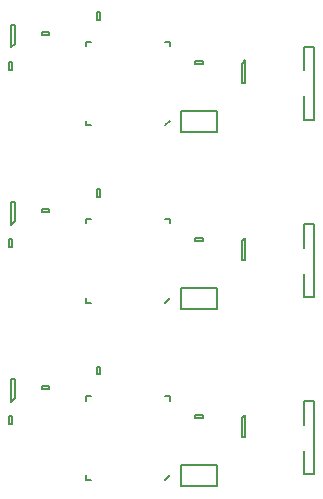
<source format=gto>
G04 #@! TF.FileFunction,Legend,Top*
%FSLAX46Y46*%
G04 Gerber Fmt 4.6, Leading zero omitted, Abs format (unit mm)*
G04 Created by KiCad (PCBNEW 0.201512311516+6410~40~ubuntu14.04.1-stable) date Sun 03 Jan 2016 05:14:07 GMT*
%MOMM*%
G01*
G04 APERTURE LIST*
%ADD10C,0.100000*%
%ADD11C,0.150000*%
%ADD12R,0.950000X1.000000*%
%ADD13R,0.550000X0.300000*%
%ADD14R,0.300000X0.550000*%
%ADD15R,2.000000X2.000000*%
%ADD16R,1.000000X0.950000*%
%ADD17R,0.620000X0.620000*%
%ADD18R,1.000000X0.600000*%
%ADD19R,1.350000X0.400000*%
%ADD20C,1.000000*%
%ADD21R,1.800000X1.800000*%
%ADD22R,1.900000X2.440000*%
%ADD23C,0.787000*%
%ADD24R,2.400000X1.900000*%
%ADD25C,0.900000*%
%ADD26C,1.900000*%
%ADD27R,2.790000X0.740000*%
G04 APERTURE END LIST*
D10*
D11*
X120875000Y-80125000D02*
X120625000Y-80125000D01*
X120625000Y-80125000D02*
X120625000Y-79475000D01*
X120625000Y-79475000D02*
X120875000Y-79475000D01*
X120875000Y-79475000D02*
X120875000Y-80125000D01*
X126800000Y-88650000D02*
X126400000Y-89050000D01*
X120100000Y-89050000D02*
X119700000Y-89050000D01*
X119700000Y-89050000D02*
X119700000Y-88650000D01*
X120100000Y-81950000D02*
X119700000Y-81950000D01*
X119700000Y-81950000D02*
X119700000Y-82350000D01*
X126400000Y-81950000D02*
X126800000Y-81950000D01*
X126800000Y-81950000D02*
X126800000Y-82350000D01*
X128925000Y-83825000D02*
X128925000Y-83575000D01*
X128925000Y-83575000D02*
X129575000Y-83575000D01*
X129575000Y-83575000D02*
X129575000Y-83825000D01*
X129575000Y-83825000D02*
X128925000Y-83825000D01*
X113375000Y-84325000D02*
X113125000Y-84325000D01*
X113125000Y-84325000D02*
X113125000Y-83675000D01*
X113125000Y-83675000D02*
X113375000Y-83675000D01*
X113375000Y-83675000D02*
X113375000Y-84325000D01*
X113350000Y-82450000D02*
X113350000Y-82450000D01*
X113350000Y-82450000D02*
X113350000Y-80550000D01*
X113350000Y-80550000D02*
X113650000Y-80550000D01*
X113650000Y-80550000D02*
X113650000Y-82150000D01*
X113650000Y-82150000D02*
X113350000Y-82450000D01*
X133150000Y-83550000D02*
X133150000Y-83550000D01*
X133150000Y-83550000D02*
X133150000Y-85450000D01*
X133150000Y-85450000D02*
X132850000Y-85450000D01*
X132850000Y-85450000D02*
X132850000Y-83850000D01*
X132850000Y-83850000D02*
X133150000Y-83550000D01*
X127725000Y-89600000D02*
X127725000Y-87800000D01*
X127725000Y-87800000D02*
X130775000Y-87800000D01*
X130775000Y-87800000D02*
X130775000Y-89600000D01*
X130775000Y-89600000D02*
X127725000Y-89600000D01*
X115925000Y-81375000D02*
X115925000Y-81125000D01*
X115925000Y-81125000D02*
X116575000Y-81125000D01*
X116575000Y-81125000D02*
X116575000Y-81375000D01*
X116575000Y-81375000D02*
X115925000Y-81375000D01*
X139000000Y-82400000D02*
X138100000Y-82400000D01*
X139000000Y-88600000D02*
X138100000Y-88600000D01*
X138100000Y-88600000D02*
X138100000Y-86600000D01*
X138100000Y-82400000D02*
X138100000Y-84400000D01*
X139000000Y-82400000D02*
X139000000Y-88600000D01*
X120875000Y-95125000D02*
X120625000Y-95125000D01*
X120625000Y-95125000D02*
X120625000Y-94475000D01*
X120625000Y-94475000D02*
X120875000Y-94475000D01*
X120875000Y-94475000D02*
X120875000Y-95125000D01*
X126800000Y-103650000D02*
X126400000Y-104050000D01*
X120100000Y-104050000D02*
X119700000Y-104050000D01*
X119700000Y-104050000D02*
X119700000Y-103650000D01*
X120100000Y-96950000D02*
X119700000Y-96950000D01*
X119700000Y-96950000D02*
X119700000Y-97350000D01*
X126400000Y-96950000D02*
X126800000Y-96950000D01*
X126800000Y-96950000D02*
X126800000Y-97350000D01*
X128925000Y-98825000D02*
X128925000Y-98575000D01*
X128925000Y-98575000D02*
X129575000Y-98575000D01*
X129575000Y-98575000D02*
X129575000Y-98825000D01*
X129575000Y-98825000D02*
X128925000Y-98825000D01*
X113375000Y-99325000D02*
X113125000Y-99325000D01*
X113125000Y-99325000D02*
X113125000Y-98675000D01*
X113125000Y-98675000D02*
X113375000Y-98675000D01*
X113375000Y-98675000D02*
X113375000Y-99325000D01*
X113350000Y-97450000D02*
X113350000Y-97450000D01*
X113350000Y-97450000D02*
X113350000Y-95550000D01*
X113350000Y-95550000D02*
X113650000Y-95550000D01*
X113650000Y-95550000D02*
X113650000Y-97150000D01*
X113650000Y-97150000D02*
X113350000Y-97450000D01*
X133150000Y-98550000D02*
X133150000Y-98550000D01*
X133150000Y-98550000D02*
X133150000Y-100450000D01*
X133150000Y-100450000D02*
X132850000Y-100450000D01*
X132850000Y-100450000D02*
X132850000Y-98850000D01*
X132850000Y-98850000D02*
X133150000Y-98550000D01*
X127725000Y-104600000D02*
X127725000Y-102800000D01*
X127725000Y-102800000D02*
X130775000Y-102800000D01*
X130775000Y-102800000D02*
X130775000Y-104600000D01*
X130775000Y-104600000D02*
X127725000Y-104600000D01*
X115925000Y-96375000D02*
X115925000Y-96125000D01*
X115925000Y-96125000D02*
X116575000Y-96125000D01*
X116575000Y-96125000D02*
X116575000Y-96375000D01*
X116575000Y-96375000D02*
X115925000Y-96375000D01*
X139000000Y-97400000D02*
X138100000Y-97400000D01*
X139000000Y-103600000D02*
X138100000Y-103600000D01*
X138100000Y-103600000D02*
X138100000Y-101600000D01*
X138100000Y-97400000D02*
X138100000Y-99400000D01*
X139000000Y-97400000D02*
X139000000Y-103600000D01*
X120875000Y-110125000D02*
X120625000Y-110125000D01*
X120625000Y-110125000D02*
X120625000Y-109475000D01*
X120625000Y-109475000D02*
X120875000Y-109475000D01*
X120875000Y-109475000D02*
X120875000Y-110125000D01*
X126800000Y-118650000D02*
X126400000Y-119050000D01*
X120100000Y-119050000D02*
X119700000Y-119050000D01*
X119700000Y-119050000D02*
X119700000Y-118650000D01*
X120100000Y-111950000D02*
X119700000Y-111950000D01*
X119700000Y-111950000D02*
X119700000Y-112350000D01*
X126400000Y-111950000D02*
X126800000Y-111950000D01*
X126800000Y-111950000D02*
X126800000Y-112350000D01*
X128925000Y-113825000D02*
X128925000Y-113575000D01*
X128925000Y-113575000D02*
X129575000Y-113575000D01*
X129575000Y-113575000D02*
X129575000Y-113825000D01*
X129575000Y-113825000D02*
X128925000Y-113825000D01*
X113375000Y-114325000D02*
X113125000Y-114325000D01*
X113125000Y-114325000D02*
X113125000Y-113675000D01*
X113125000Y-113675000D02*
X113375000Y-113675000D01*
X113375000Y-113675000D02*
X113375000Y-114325000D01*
X113350000Y-112450000D02*
X113350000Y-112450000D01*
X113350000Y-112450000D02*
X113350000Y-110550000D01*
X113350000Y-110550000D02*
X113650000Y-110550000D01*
X113650000Y-110550000D02*
X113650000Y-112150000D01*
X113650000Y-112150000D02*
X113350000Y-112450000D01*
X133150000Y-113550000D02*
X133150000Y-113550000D01*
X133150000Y-113550000D02*
X133150000Y-115450000D01*
X133150000Y-115450000D02*
X132850000Y-115450000D01*
X132850000Y-115450000D02*
X132850000Y-113850000D01*
X132850000Y-113850000D02*
X133150000Y-113550000D01*
X127725000Y-119600000D02*
X127725000Y-117800000D01*
X127725000Y-117800000D02*
X130775000Y-117800000D01*
X130775000Y-117800000D02*
X130775000Y-119600000D01*
X130775000Y-119600000D02*
X127725000Y-119600000D01*
X115925000Y-111375000D02*
X115925000Y-111125000D01*
X115925000Y-111125000D02*
X116575000Y-111125000D01*
X116575000Y-111125000D02*
X116575000Y-111375000D01*
X116575000Y-111375000D02*
X115925000Y-111375000D01*
X139000000Y-112400000D02*
X138100000Y-112400000D01*
X139000000Y-118600000D02*
X138100000Y-118600000D01*
X138100000Y-118600000D02*
X138100000Y-116600000D01*
X138100000Y-112400000D02*
X138100000Y-114400000D01*
X139000000Y-112400000D02*
X139000000Y-118600000D01*
%LPC*%
X107133333Y-79416667D02*
X107466667Y-79416667D01*
X107066667Y-79616667D02*
X107300000Y-78916667D01*
X107533333Y-79616667D01*
X107766667Y-79616667D02*
X107766667Y-78916667D01*
X108000000Y-79416667D01*
X108233333Y-78916667D01*
X108233333Y-79616667D01*
X108566667Y-79616667D02*
X108566667Y-78916667D01*
X108833333Y-78916667D01*
X108900000Y-78950000D01*
X108933333Y-78983333D01*
X108966667Y-79050000D01*
X108966667Y-79150000D01*
X108933333Y-79216667D01*
X108900000Y-79250000D01*
X108833333Y-79283333D01*
X108566667Y-79283333D01*
X109800000Y-79616667D02*
X109800000Y-79150000D01*
X109800000Y-79283333D02*
X109833333Y-79216667D01*
X109866666Y-79183333D01*
X109933333Y-79150000D01*
X110000000Y-79150000D01*
X110599999Y-79616667D02*
X110199999Y-79616667D01*
X110399999Y-79616667D02*
X110399999Y-78916667D01*
X110333333Y-79016667D01*
X110266666Y-79083333D01*
X110199999Y-79116667D01*
X111399999Y-78983333D02*
X111433333Y-78950000D01*
X111499999Y-78916667D01*
X111666666Y-78916667D01*
X111733333Y-78950000D01*
X111766666Y-78983333D01*
X111799999Y-79050000D01*
X111799999Y-79116667D01*
X111766666Y-79216667D01*
X111366666Y-79616667D01*
X111799999Y-79616667D01*
X112233333Y-78916667D02*
X112300000Y-78916667D01*
X112366666Y-78950000D01*
X112400000Y-78983333D01*
X112433333Y-79050000D01*
X112466666Y-79183333D01*
X112466666Y-79350000D01*
X112433333Y-79483333D01*
X112400000Y-79550000D01*
X112366666Y-79583333D01*
X112300000Y-79616667D01*
X112233333Y-79616667D01*
X112166666Y-79583333D01*
X112133333Y-79550000D01*
X112100000Y-79483333D01*
X112066666Y-79350000D01*
X112066666Y-79183333D01*
X112100000Y-79050000D01*
X112133333Y-78983333D01*
X112166666Y-78950000D01*
X112233333Y-78916667D01*
X113133333Y-79616667D02*
X112733333Y-79616667D01*
X112933333Y-79616667D02*
X112933333Y-78916667D01*
X112866667Y-79016667D01*
X112800000Y-79083333D01*
X112733333Y-79116667D01*
X113733334Y-78916667D02*
X113600000Y-78916667D01*
X113533334Y-78950000D01*
X113500000Y-78983333D01*
X113433334Y-79083333D01*
X113400000Y-79216667D01*
X113400000Y-79483333D01*
X113433334Y-79550000D01*
X113466667Y-79583333D01*
X113533334Y-79616667D01*
X113666667Y-79616667D01*
X113733334Y-79583333D01*
X113766667Y-79550000D01*
X113800000Y-79483333D01*
X113800000Y-79316667D01*
X113766667Y-79250000D01*
X113733334Y-79216667D01*
X113666667Y-79183333D01*
X113533334Y-79183333D01*
X113466667Y-79216667D01*
X113433334Y-79250000D01*
X113400000Y-79316667D01*
X114100001Y-79350000D02*
X114633334Y-79350000D01*
X115100001Y-78916667D02*
X115166668Y-78916667D01*
X115233334Y-78950000D01*
X115266668Y-78983333D01*
X115300001Y-79050000D01*
X115333334Y-79183333D01*
X115333334Y-79350000D01*
X115300001Y-79483333D01*
X115266668Y-79550000D01*
X115233334Y-79583333D01*
X115166668Y-79616667D01*
X115100001Y-79616667D01*
X115033334Y-79583333D01*
X115000001Y-79550000D01*
X114966668Y-79483333D01*
X114933334Y-79350000D01*
X114933334Y-79183333D01*
X114966668Y-79050000D01*
X115000001Y-78983333D01*
X115033334Y-78950000D01*
X115100001Y-78916667D01*
X116000001Y-79616667D02*
X115600001Y-79616667D01*
X115800001Y-79616667D02*
X115800001Y-78916667D01*
X115733335Y-79016667D01*
X115666668Y-79083333D01*
X115600001Y-79116667D01*
X116300002Y-79350000D02*
X116833335Y-79350000D01*
X117300002Y-78916667D02*
X117366669Y-78916667D01*
X117433335Y-78950000D01*
X117466669Y-78983333D01*
X117500002Y-79050000D01*
X117533335Y-79183333D01*
X117533335Y-79350000D01*
X117500002Y-79483333D01*
X117466669Y-79550000D01*
X117433335Y-79583333D01*
X117366669Y-79616667D01*
X117300002Y-79616667D01*
X117233335Y-79583333D01*
X117200002Y-79550000D01*
X117166669Y-79483333D01*
X117133335Y-79350000D01*
X117133335Y-79183333D01*
X117166669Y-79050000D01*
X117200002Y-78983333D01*
X117233335Y-78950000D01*
X117300002Y-78916667D01*
X118200002Y-79616667D02*
X117800002Y-79616667D01*
X118000002Y-79616667D02*
X118000002Y-78916667D01*
X117933336Y-79016667D01*
X117866669Y-79083333D01*
X117800002Y-79116667D01*
X107133333Y-94416667D02*
X107466667Y-94416667D01*
X107066667Y-94616667D02*
X107300000Y-93916667D01*
X107533333Y-94616667D01*
X107766667Y-94616667D02*
X107766667Y-93916667D01*
X108000000Y-94416667D01*
X108233333Y-93916667D01*
X108233333Y-94616667D01*
X108566667Y-94616667D02*
X108566667Y-93916667D01*
X108833333Y-93916667D01*
X108900000Y-93950000D01*
X108933333Y-93983333D01*
X108966667Y-94050000D01*
X108966667Y-94150000D01*
X108933333Y-94216667D01*
X108900000Y-94250000D01*
X108833333Y-94283333D01*
X108566667Y-94283333D01*
X109800000Y-94616667D02*
X109800000Y-94150000D01*
X109800000Y-94283333D02*
X109833333Y-94216667D01*
X109866666Y-94183333D01*
X109933333Y-94150000D01*
X110000000Y-94150000D01*
X110599999Y-94616667D02*
X110199999Y-94616667D01*
X110399999Y-94616667D02*
X110399999Y-93916667D01*
X110333333Y-94016667D01*
X110266666Y-94083333D01*
X110199999Y-94116667D01*
X111399999Y-93983333D02*
X111433333Y-93950000D01*
X111499999Y-93916667D01*
X111666666Y-93916667D01*
X111733333Y-93950000D01*
X111766666Y-93983333D01*
X111799999Y-94050000D01*
X111799999Y-94116667D01*
X111766666Y-94216667D01*
X111366666Y-94616667D01*
X111799999Y-94616667D01*
X112233333Y-93916667D02*
X112300000Y-93916667D01*
X112366666Y-93950000D01*
X112400000Y-93983333D01*
X112433333Y-94050000D01*
X112466666Y-94183333D01*
X112466666Y-94350000D01*
X112433333Y-94483333D01*
X112400000Y-94550000D01*
X112366666Y-94583333D01*
X112300000Y-94616667D01*
X112233333Y-94616667D01*
X112166666Y-94583333D01*
X112133333Y-94550000D01*
X112100000Y-94483333D01*
X112066666Y-94350000D01*
X112066666Y-94183333D01*
X112100000Y-94050000D01*
X112133333Y-93983333D01*
X112166666Y-93950000D01*
X112233333Y-93916667D01*
X113133333Y-94616667D02*
X112733333Y-94616667D01*
X112933333Y-94616667D02*
X112933333Y-93916667D01*
X112866667Y-94016667D01*
X112800000Y-94083333D01*
X112733333Y-94116667D01*
X113733334Y-93916667D02*
X113600000Y-93916667D01*
X113533334Y-93950000D01*
X113500000Y-93983333D01*
X113433334Y-94083333D01*
X113400000Y-94216667D01*
X113400000Y-94483333D01*
X113433334Y-94550000D01*
X113466667Y-94583333D01*
X113533334Y-94616667D01*
X113666667Y-94616667D01*
X113733334Y-94583333D01*
X113766667Y-94550000D01*
X113800000Y-94483333D01*
X113800000Y-94316667D01*
X113766667Y-94250000D01*
X113733334Y-94216667D01*
X113666667Y-94183333D01*
X113533334Y-94183333D01*
X113466667Y-94216667D01*
X113433334Y-94250000D01*
X113400000Y-94316667D01*
X114100001Y-94350000D02*
X114633334Y-94350000D01*
X115100001Y-93916667D02*
X115166668Y-93916667D01*
X115233334Y-93950000D01*
X115266668Y-93983333D01*
X115300001Y-94050000D01*
X115333334Y-94183333D01*
X115333334Y-94350000D01*
X115300001Y-94483333D01*
X115266668Y-94550000D01*
X115233334Y-94583333D01*
X115166668Y-94616667D01*
X115100001Y-94616667D01*
X115033334Y-94583333D01*
X115000001Y-94550000D01*
X114966668Y-94483333D01*
X114933334Y-94350000D01*
X114933334Y-94183333D01*
X114966668Y-94050000D01*
X115000001Y-93983333D01*
X115033334Y-93950000D01*
X115100001Y-93916667D01*
X116000001Y-94616667D02*
X115600001Y-94616667D01*
X115800001Y-94616667D02*
X115800001Y-93916667D01*
X115733335Y-94016667D01*
X115666668Y-94083333D01*
X115600001Y-94116667D01*
X116300002Y-94350000D02*
X116833335Y-94350000D01*
X117300002Y-93916667D02*
X117366669Y-93916667D01*
X117433335Y-93950000D01*
X117466669Y-93983333D01*
X117500002Y-94050000D01*
X117533335Y-94183333D01*
X117533335Y-94350000D01*
X117500002Y-94483333D01*
X117466669Y-94550000D01*
X117433335Y-94583333D01*
X117366669Y-94616667D01*
X117300002Y-94616667D01*
X117233335Y-94583333D01*
X117200002Y-94550000D01*
X117166669Y-94483333D01*
X117133335Y-94350000D01*
X117133335Y-94183333D01*
X117166669Y-94050000D01*
X117200002Y-93983333D01*
X117233335Y-93950000D01*
X117300002Y-93916667D01*
X118200002Y-94616667D02*
X117800002Y-94616667D01*
X118000002Y-94616667D02*
X118000002Y-93916667D01*
X117933336Y-94016667D01*
X117866669Y-94083333D01*
X117800002Y-94116667D01*
X107133333Y-109416667D02*
X107466667Y-109416667D01*
X107066667Y-109616667D02*
X107300000Y-108916667D01*
X107533333Y-109616667D01*
X107766667Y-109616667D02*
X107766667Y-108916667D01*
X108000000Y-109416667D01*
X108233333Y-108916667D01*
X108233333Y-109616667D01*
X108566667Y-109616667D02*
X108566667Y-108916667D01*
X108833333Y-108916667D01*
X108900000Y-108950000D01*
X108933333Y-108983333D01*
X108966667Y-109050000D01*
X108966667Y-109150000D01*
X108933333Y-109216667D01*
X108900000Y-109250000D01*
X108833333Y-109283333D01*
X108566667Y-109283333D01*
X109800000Y-109616667D02*
X109800000Y-109150000D01*
X109800000Y-109283333D02*
X109833333Y-109216667D01*
X109866666Y-109183333D01*
X109933333Y-109150000D01*
X110000000Y-109150000D01*
X110599999Y-109616667D02*
X110199999Y-109616667D01*
X110399999Y-109616667D02*
X110399999Y-108916667D01*
X110333333Y-109016667D01*
X110266666Y-109083333D01*
X110199999Y-109116667D01*
X111399999Y-108983333D02*
X111433333Y-108950000D01*
X111499999Y-108916667D01*
X111666666Y-108916667D01*
X111733333Y-108950000D01*
X111766666Y-108983333D01*
X111799999Y-109050000D01*
X111799999Y-109116667D01*
X111766666Y-109216667D01*
X111366666Y-109616667D01*
X111799999Y-109616667D01*
X112233333Y-108916667D02*
X112300000Y-108916667D01*
X112366666Y-108950000D01*
X112400000Y-108983333D01*
X112433333Y-109050000D01*
X112466666Y-109183333D01*
X112466666Y-109350000D01*
X112433333Y-109483333D01*
X112400000Y-109550000D01*
X112366666Y-109583333D01*
X112300000Y-109616667D01*
X112233333Y-109616667D01*
X112166666Y-109583333D01*
X112133333Y-109550000D01*
X112100000Y-109483333D01*
X112066666Y-109350000D01*
X112066666Y-109183333D01*
X112100000Y-109050000D01*
X112133333Y-108983333D01*
X112166666Y-108950000D01*
X112233333Y-108916667D01*
X113133333Y-109616667D02*
X112733333Y-109616667D01*
X112933333Y-109616667D02*
X112933333Y-108916667D01*
X112866667Y-109016667D01*
X112800000Y-109083333D01*
X112733333Y-109116667D01*
X113733334Y-108916667D02*
X113600000Y-108916667D01*
X113533334Y-108950000D01*
X113500000Y-108983333D01*
X113433334Y-109083333D01*
X113400000Y-109216667D01*
X113400000Y-109483333D01*
X113433334Y-109550000D01*
X113466667Y-109583333D01*
X113533334Y-109616667D01*
X113666667Y-109616667D01*
X113733334Y-109583333D01*
X113766667Y-109550000D01*
X113800000Y-109483333D01*
X113800000Y-109316667D01*
X113766667Y-109250000D01*
X113733334Y-109216667D01*
X113666667Y-109183333D01*
X113533334Y-109183333D01*
X113466667Y-109216667D01*
X113433334Y-109250000D01*
X113400000Y-109316667D01*
X114100001Y-109350000D02*
X114633334Y-109350000D01*
X115100001Y-108916667D02*
X115166668Y-108916667D01*
X115233334Y-108950000D01*
X115266668Y-108983333D01*
X115300001Y-109050000D01*
X115333334Y-109183333D01*
X115333334Y-109350000D01*
X115300001Y-109483333D01*
X115266668Y-109550000D01*
X115233334Y-109583333D01*
X115166668Y-109616667D01*
X115100001Y-109616667D01*
X115033334Y-109583333D01*
X115000001Y-109550000D01*
X114966668Y-109483333D01*
X114933334Y-109350000D01*
X114933334Y-109183333D01*
X114966668Y-109050000D01*
X115000001Y-108983333D01*
X115033334Y-108950000D01*
X115100001Y-108916667D01*
X116000001Y-109616667D02*
X115600001Y-109616667D01*
X115800001Y-109616667D02*
X115800001Y-108916667D01*
X115733335Y-109016667D01*
X115666668Y-109083333D01*
X115600001Y-109116667D01*
X116300002Y-109350000D02*
X116833335Y-109350000D01*
X117300002Y-108916667D02*
X117366669Y-108916667D01*
X117433335Y-108950000D01*
X117466669Y-108983333D01*
X117500002Y-109050000D01*
X117533335Y-109183333D01*
X117533335Y-109350000D01*
X117500002Y-109483333D01*
X117466669Y-109550000D01*
X117433335Y-109583333D01*
X117366669Y-109616667D01*
X117300002Y-109616667D01*
X117233335Y-109583333D01*
X117200002Y-109550000D01*
X117166669Y-109483333D01*
X117133335Y-109350000D01*
X117133335Y-109183333D01*
X117166669Y-109050000D01*
X117200002Y-108983333D01*
X117233335Y-108950000D01*
X117300002Y-108916667D01*
X118200002Y-109616667D02*
X117800002Y-109616667D01*
X118000002Y-109616667D02*
X118000002Y-108916667D01*
X117933336Y-109016667D01*
X117866669Y-109083333D01*
X117800002Y-109116667D01*
D12*
X121550000Y-79800000D03*
X119950000Y-79800000D03*
D13*
X126625000Y-88250000D03*
X126625000Y-87750000D03*
X126625000Y-87250000D03*
X126625000Y-86750000D03*
X126625000Y-86250000D03*
X126625000Y-85750000D03*
X126625000Y-85250000D03*
X126625000Y-84750000D03*
X126625000Y-84250000D03*
X126625000Y-83750000D03*
X126625000Y-83250000D03*
X126625000Y-82750000D03*
D14*
X126000000Y-82125000D03*
X125500000Y-82125000D03*
X125000000Y-82125000D03*
X124500000Y-82125000D03*
X124000000Y-82125000D03*
X123500000Y-82125000D03*
X123000000Y-82125000D03*
X122500000Y-82125000D03*
X122000000Y-82125000D03*
X121500000Y-82125000D03*
X121000000Y-82125000D03*
X120500000Y-82125000D03*
D13*
X119875000Y-82750000D03*
X119875000Y-83250000D03*
X119875000Y-83750000D03*
X119875000Y-84250000D03*
X119875000Y-84750000D03*
X119875000Y-85250000D03*
X119875000Y-85750000D03*
X119875000Y-86250000D03*
X119875000Y-86750000D03*
X119875000Y-87250000D03*
X119875000Y-87750000D03*
X119875000Y-88250000D03*
D14*
X120500000Y-88875000D03*
X121000000Y-88875000D03*
X121500000Y-88875000D03*
X122000000Y-88875000D03*
X122500000Y-88875000D03*
X123000000Y-88875000D03*
X123500000Y-88875000D03*
X124000000Y-88875000D03*
X124500000Y-88875000D03*
X125000000Y-88875000D03*
X125500000Y-88875000D03*
X126000000Y-88875000D03*
D15*
X124500000Y-86750000D03*
X124500000Y-84250000D03*
X122000000Y-86750000D03*
X122000000Y-84250000D03*
D16*
X129250000Y-84500000D03*
X129250000Y-82900000D03*
D17*
X121200000Y-81000000D03*
X120300000Y-81000000D03*
X125300000Y-90000000D03*
X126200000Y-90000000D03*
X118750000Y-87850000D03*
X118750000Y-88750000D03*
X127800000Y-84550000D03*
X127800000Y-83650000D03*
X131600000Y-89250000D03*
X131600000Y-90150000D03*
X123500000Y-80150000D03*
X123500000Y-81050000D03*
X131600000Y-88150000D03*
X131600000Y-87250000D03*
D12*
X114050000Y-84000000D03*
X112450000Y-84000000D03*
D18*
X114650000Y-82450000D03*
X114650000Y-80550000D03*
X112350000Y-81500000D03*
D19*
X110175000Y-84200000D03*
X110175000Y-84850000D03*
X110175000Y-85500000D03*
X110175000Y-86150000D03*
X110175000Y-86800000D03*
D20*
X110500000Y-83275000D03*
X110500000Y-87725000D03*
D21*
X107500000Y-84350000D03*
X107500000Y-86650000D03*
D22*
X107320000Y-89340000D03*
X107320000Y-81660000D03*
D23*
X113000000Y-87980000D03*
X114270000Y-87980000D03*
X113000000Y-89250000D03*
X114270000Y-89250000D03*
X113000000Y-90520000D03*
X114270000Y-90520000D03*
D20*
X113635000Y-86710000D03*
X112619000Y-91790000D03*
X114651000Y-91790000D03*
D18*
X131850000Y-83550000D03*
X131850000Y-85450000D03*
X134150000Y-84500000D03*
D17*
X116950000Y-84500000D03*
X116050000Y-84500000D03*
X116050000Y-83500000D03*
X116950000Y-83500000D03*
X116950000Y-87500000D03*
X116050000Y-87500000D03*
X116950000Y-85500000D03*
X116050000Y-85500000D03*
X116950000Y-86500000D03*
X116050000Y-86500000D03*
X137550000Y-79500000D03*
X138450000Y-79500000D03*
X135550000Y-79500000D03*
X136450000Y-79500000D03*
D24*
X129250000Y-90750000D03*
X129250000Y-86650000D03*
D16*
X116250000Y-82050000D03*
X116250000Y-80450000D03*
D25*
X134000000Y-80300000D03*
D26*
X134000000Y-90700000D03*
D27*
X136465000Y-82960000D03*
X140535000Y-82960000D03*
X136465000Y-84230000D03*
X140535000Y-84230000D03*
X136465000Y-85500000D03*
X140535000Y-85500000D03*
X136465000Y-86770000D03*
X140535000Y-86770000D03*
X136465000Y-88040000D03*
X140535000Y-88040000D03*
D12*
X121550000Y-94800000D03*
X119950000Y-94800000D03*
D13*
X126625000Y-103250000D03*
X126625000Y-102750000D03*
X126625000Y-102250000D03*
X126625000Y-101750000D03*
X126625000Y-101250000D03*
X126625000Y-100750000D03*
X126625000Y-100250000D03*
X126625000Y-99750000D03*
X126625000Y-99250000D03*
X126625000Y-98750000D03*
X126625000Y-98250000D03*
X126625000Y-97750000D03*
D14*
X126000000Y-97125000D03*
X125500000Y-97125000D03*
X125000000Y-97125000D03*
X124500000Y-97125000D03*
X124000000Y-97125000D03*
X123500000Y-97125000D03*
X123000000Y-97125000D03*
X122500000Y-97125000D03*
X122000000Y-97125000D03*
X121500000Y-97125000D03*
X121000000Y-97125000D03*
X120500000Y-97125000D03*
D13*
X119875000Y-97750000D03*
X119875000Y-98250000D03*
X119875000Y-98750000D03*
X119875000Y-99250000D03*
X119875000Y-99750000D03*
X119875000Y-100250000D03*
X119875000Y-100750000D03*
X119875000Y-101250000D03*
X119875000Y-101750000D03*
X119875000Y-102250000D03*
X119875000Y-102750000D03*
X119875000Y-103250000D03*
D14*
X120500000Y-103875000D03*
X121000000Y-103875000D03*
X121500000Y-103875000D03*
X122000000Y-103875000D03*
X122500000Y-103875000D03*
X123000000Y-103875000D03*
X123500000Y-103875000D03*
X124000000Y-103875000D03*
X124500000Y-103875000D03*
X125000000Y-103875000D03*
X125500000Y-103875000D03*
X126000000Y-103875000D03*
D15*
X124500000Y-101750000D03*
X124500000Y-99250000D03*
X122000000Y-101750000D03*
X122000000Y-99250000D03*
D16*
X129250000Y-99500000D03*
X129250000Y-97900000D03*
D17*
X121200000Y-96000000D03*
X120300000Y-96000000D03*
X125300000Y-105000000D03*
X126200000Y-105000000D03*
X118750000Y-102850000D03*
X118750000Y-103750000D03*
X127800000Y-99550000D03*
X127800000Y-98650000D03*
X131600000Y-104250000D03*
X131600000Y-105150000D03*
X123500000Y-95150000D03*
X123500000Y-96050000D03*
X131600000Y-103150000D03*
X131600000Y-102250000D03*
D12*
X114050000Y-99000000D03*
X112450000Y-99000000D03*
D18*
X114650000Y-97450000D03*
X114650000Y-95550000D03*
X112350000Y-96500000D03*
D19*
X110175000Y-99200000D03*
X110175000Y-99850000D03*
X110175000Y-100500000D03*
X110175000Y-101150000D03*
X110175000Y-101800000D03*
D20*
X110500000Y-98275000D03*
X110500000Y-102725000D03*
D21*
X107500000Y-99350000D03*
X107500000Y-101650000D03*
D22*
X107320000Y-104340000D03*
X107320000Y-96660000D03*
D23*
X113000000Y-102980000D03*
X114270000Y-102980000D03*
X113000000Y-104250000D03*
X114270000Y-104250000D03*
X113000000Y-105520000D03*
X114270000Y-105520000D03*
D20*
X113635000Y-101710000D03*
X112619000Y-106790000D03*
X114651000Y-106790000D03*
D18*
X131850000Y-98550000D03*
X131850000Y-100450000D03*
X134150000Y-99500000D03*
D17*
X116950000Y-99500000D03*
X116050000Y-99500000D03*
X116050000Y-98500000D03*
X116950000Y-98500000D03*
X116950000Y-102500000D03*
X116050000Y-102500000D03*
X116950000Y-100500000D03*
X116050000Y-100500000D03*
X116950000Y-101500000D03*
X116050000Y-101500000D03*
X137550000Y-94500000D03*
X138450000Y-94500000D03*
X135550000Y-94500000D03*
X136450000Y-94500000D03*
D24*
X129250000Y-105750000D03*
X129250000Y-101650000D03*
D16*
X116250000Y-97050000D03*
X116250000Y-95450000D03*
D25*
X134000000Y-95300000D03*
D26*
X134000000Y-105700000D03*
D27*
X136465000Y-97960000D03*
X140535000Y-97960000D03*
X136465000Y-99230000D03*
X140535000Y-99230000D03*
X136465000Y-100500000D03*
X140535000Y-100500000D03*
X136465000Y-101770000D03*
X140535000Y-101770000D03*
X136465000Y-103040000D03*
X140535000Y-103040000D03*
D12*
X121550000Y-109800000D03*
X119950000Y-109800000D03*
D13*
X126625000Y-118250000D03*
X126625000Y-117750000D03*
X126625000Y-117250000D03*
X126625000Y-116750000D03*
X126625000Y-116250000D03*
X126625000Y-115750000D03*
X126625000Y-115250000D03*
X126625000Y-114750000D03*
X126625000Y-114250000D03*
X126625000Y-113750000D03*
X126625000Y-113250000D03*
X126625000Y-112750000D03*
D14*
X126000000Y-112125000D03*
X125500000Y-112125000D03*
X125000000Y-112125000D03*
X124500000Y-112125000D03*
X124000000Y-112125000D03*
X123500000Y-112125000D03*
X123000000Y-112125000D03*
X122500000Y-112125000D03*
X122000000Y-112125000D03*
X121500000Y-112125000D03*
X121000000Y-112125000D03*
X120500000Y-112125000D03*
D13*
X119875000Y-112750000D03*
X119875000Y-113250000D03*
X119875000Y-113750000D03*
X119875000Y-114250000D03*
X119875000Y-114750000D03*
X119875000Y-115250000D03*
X119875000Y-115750000D03*
X119875000Y-116250000D03*
X119875000Y-116750000D03*
X119875000Y-117250000D03*
X119875000Y-117750000D03*
X119875000Y-118250000D03*
D14*
X120500000Y-118875000D03*
X121000000Y-118875000D03*
X121500000Y-118875000D03*
X122000000Y-118875000D03*
X122500000Y-118875000D03*
X123000000Y-118875000D03*
X123500000Y-118875000D03*
X124000000Y-118875000D03*
X124500000Y-118875000D03*
X125000000Y-118875000D03*
X125500000Y-118875000D03*
X126000000Y-118875000D03*
D15*
X124500000Y-116750000D03*
X124500000Y-114250000D03*
X122000000Y-116750000D03*
X122000000Y-114250000D03*
D16*
X129250000Y-114500000D03*
X129250000Y-112900000D03*
D17*
X121200000Y-111000000D03*
X120300000Y-111000000D03*
X125300000Y-120000000D03*
X126200000Y-120000000D03*
X118750000Y-117850000D03*
X118750000Y-118750000D03*
X127800000Y-114550000D03*
X127800000Y-113650000D03*
X131600000Y-119250000D03*
X131600000Y-120150000D03*
X123500000Y-110150000D03*
X123500000Y-111050000D03*
X131600000Y-118150000D03*
X131600000Y-117250000D03*
D12*
X114050000Y-114000000D03*
X112450000Y-114000000D03*
D18*
X114650000Y-112450000D03*
X114650000Y-110550000D03*
X112350000Y-111500000D03*
D19*
X110175000Y-114200000D03*
X110175000Y-114850000D03*
X110175000Y-115500000D03*
X110175000Y-116150000D03*
X110175000Y-116800000D03*
D20*
X110500000Y-113275000D03*
X110500000Y-117725000D03*
D21*
X107500000Y-114350000D03*
X107500000Y-116650000D03*
D22*
X107320000Y-119340000D03*
X107320000Y-111660000D03*
D23*
X113000000Y-117980000D03*
X114270000Y-117980000D03*
X113000000Y-119250000D03*
X114270000Y-119250000D03*
X113000000Y-120520000D03*
X114270000Y-120520000D03*
D20*
X113635000Y-116710000D03*
X112619000Y-121790000D03*
X114651000Y-121790000D03*
D18*
X131850000Y-113550000D03*
X131850000Y-115450000D03*
X134150000Y-114500000D03*
D17*
X116950000Y-114500000D03*
X116050000Y-114500000D03*
X116050000Y-113500000D03*
X116950000Y-113500000D03*
X116950000Y-117500000D03*
X116050000Y-117500000D03*
X116950000Y-115500000D03*
X116050000Y-115500000D03*
X116950000Y-116500000D03*
X116050000Y-116500000D03*
X137550000Y-109500000D03*
X138450000Y-109500000D03*
X135550000Y-109500000D03*
X136450000Y-109500000D03*
D24*
X129250000Y-120750000D03*
X129250000Y-116650000D03*
D16*
X116250000Y-112050000D03*
X116250000Y-110450000D03*
D25*
X134000000Y-110300000D03*
D26*
X134000000Y-120700000D03*
D27*
X136465000Y-112960000D03*
X140535000Y-112960000D03*
X136465000Y-114230000D03*
X140535000Y-114230000D03*
X136465000Y-115500000D03*
X140535000Y-115500000D03*
X136465000Y-116770000D03*
X140535000Y-116770000D03*
X136465000Y-118040000D03*
X140535000Y-118040000D03*
M02*

</source>
